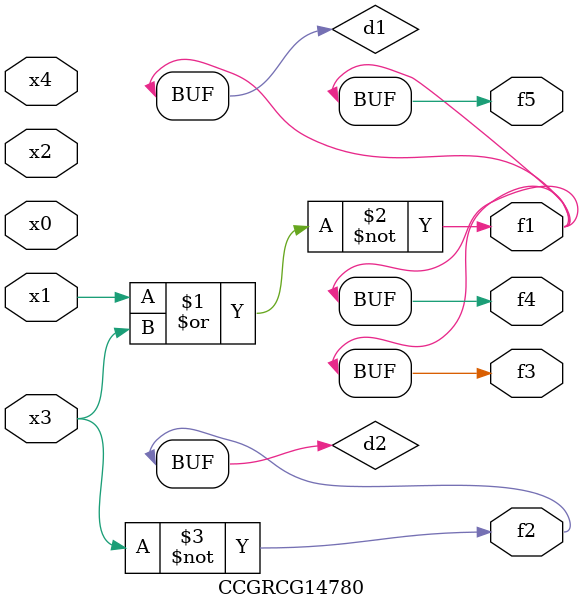
<source format=v>
module CCGRCG14780(
	input x0, x1, x2, x3, x4,
	output f1, f2, f3, f4, f5
);

	wire d1, d2;

	nor (d1, x1, x3);
	not (d2, x3);
	assign f1 = d1;
	assign f2 = d2;
	assign f3 = d1;
	assign f4 = d1;
	assign f5 = d1;
endmodule

</source>
